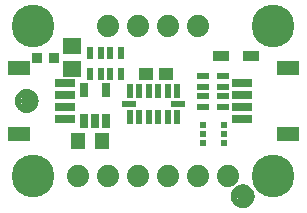
<source format=gbr>
G04 EAGLE Gerber RS-274X export*
G75*
%MOMM*%
%FSLAX34Y34*%
%LPD*%
%INSoldermask Top*%
%IPPOS*%
%AMOC8*
5,1,8,0,0,1.08239X$1,22.5*%
G01*
%ADD10R,1.301600X1.401600*%
%ADD11R,0.651600X1.301600*%
%ADD12R,1.601600X1.341600*%
%ADD13R,1.176600X1.101600*%
%ADD14R,1.001600X0.551600*%
%ADD15R,0.601600X0.601600*%
%ADD16R,0.601600X0.501600*%
%ADD17C,1.879600*%
%ADD18C,3.617600*%
%ADD19R,1.651600X0.701600*%
%ADD20R,1.901600X1.301600*%
%ADD21C,1.101600*%
%ADD22C,0.469900*%
%ADD23R,0.901600X0.901600*%
%ADD24R,1.451600X0.901600*%
%ADD25R,0.601600X1.301600*%
%ADD26R,1.301600X0.601600*%
%ADD27R,0.551600X1.001600*%


D10*
X63500Y55245D03*
X83820Y55245D03*
D11*
X67970Y72089D03*
X77470Y72089D03*
X86970Y72089D03*
X86970Y98091D03*
X67970Y98091D03*
D12*
X58420Y116230D03*
X58420Y135230D03*
D13*
X121040Y111760D03*
X138040Y111760D03*
D14*
X185665Y110155D03*
X168665Y110155D03*
X185665Y101155D03*
X185665Y93155D03*
X185665Y84155D03*
X168665Y84155D03*
X168665Y101155D03*
X168665Y93155D03*
D15*
X186800Y53460D03*
D16*
X186800Y60960D03*
D15*
X186800Y68460D03*
X168800Y68460D03*
D16*
X168800Y60960D03*
D15*
X168800Y53460D03*
D17*
X63500Y25400D03*
X88900Y25400D03*
X114300Y25400D03*
X139700Y25400D03*
X165100Y25400D03*
X190500Y25400D03*
D18*
X25400Y152400D03*
X228600Y152400D03*
D19*
X202190Y83900D03*
X202190Y93900D03*
X202190Y73900D03*
X202190Y103900D03*
D20*
X241190Y60900D03*
X241190Y116900D03*
D19*
X51810Y93900D03*
X51810Y83900D03*
X51810Y103900D03*
X51810Y73900D03*
D20*
X12810Y116900D03*
X12810Y60900D03*
D21*
X202565Y8255D03*
D22*
X202565Y15755D02*
X202384Y15753D01*
X202203Y15746D01*
X202022Y15735D01*
X201841Y15720D01*
X201661Y15700D01*
X201481Y15676D01*
X201302Y15648D01*
X201124Y15615D01*
X200947Y15578D01*
X200770Y15537D01*
X200595Y15492D01*
X200420Y15442D01*
X200247Y15388D01*
X200076Y15330D01*
X199905Y15268D01*
X199737Y15201D01*
X199570Y15131D01*
X199404Y15057D01*
X199241Y14978D01*
X199080Y14896D01*
X198920Y14810D01*
X198763Y14720D01*
X198608Y14626D01*
X198455Y14529D01*
X198305Y14427D01*
X198157Y14323D01*
X198011Y14214D01*
X197869Y14103D01*
X197729Y13987D01*
X197592Y13869D01*
X197457Y13747D01*
X197326Y13622D01*
X197198Y13494D01*
X197073Y13363D01*
X196951Y13228D01*
X196833Y13091D01*
X196717Y12951D01*
X196606Y12809D01*
X196497Y12663D01*
X196393Y12515D01*
X196291Y12365D01*
X196194Y12212D01*
X196100Y12057D01*
X196010Y11900D01*
X195924Y11740D01*
X195842Y11579D01*
X195763Y11416D01*
X195689Y11250D01*
X195619Y11083D01*
X195552Y10915D01*
X195490Y10744D01*
X195432Y10573D01*
X195378Y10400D01*
X195328Y10225D01*
X195283Y10050D01*
X195242Y9873D01*
X195205Y9696D01*
X195172Y9518D01*
X195144Y9339D01*
X195120Y9159D01*
X195100Y8979D01*
X195085Y8798D01*
X195074Y8617D01*
X195067Y8436D01*
X195065Y8255D01*
X202565Y15755D02*
X202746Y15753D01*
X202927Y15746D01*
X203108Y15735D01*
X203289Y15720D01*
X203469Y15700D01*
X203649Y15676D01*
X203828Y15648D01*
X204006Y15615D01*
X204183Y15578D01*
X204360Y15537D01*
X204535Y15492D01*
X204710Y15442D01*
X204883Y15388D01*
X205054Y15330D01*
X205225Y15268D01*
X205393Y15201D01*
X205560Y15131D01*
X205726Y15057D01*
X205889Y14978D01*
X206050Y14896D01*
X206210Y14810D01*
X206367Y14720D01*
X206522Y14626D01*
X206675Y14529D01*
X206825Y14427D01*
X206973Y14323D01*
X207119Y14214D01*
X207261Y14103D01*
X207401Y13987D01*
X207538Y13869D01*
X207673Y13747D01*
X207804Y13622D01*
X207932Y13494D01*
X208057Y13363D01*
X208179Y13228D01*
X208297Y13091D01*
X208413Y12951D01*
X208524Y12809D01*
X208633Y12663D01*
X208737Y12515D01*
X208839Y12365D01*
X208936Y12212D01*
X209030Y12057D01*
X209120Y11900D01*
X209206Y11740D01*
X209288Y11579D01*
X209367Y11416D01*
X209441Y11250D01*
X209511Y11083D01*
X209578Y10915D01*
X209640Y10744D01*
X209698Y10573D01*
X209752Y10400D01*
X209802Y10225D01*
X209847Y10050D01*
X209888Y9873D01*
X209925Y9696D01*
X209958Y9518D01*
X209986Y9339D01*
X210010Y9159D01*
X210030Y8979D01*
X210045Y8798D01*
X210056Y8617D01*
X210063Y8436D01*
X210065Y8255D01*
X210063Y8074D01*
X210056Y7893D01*
X210045Y7712D01*
X210030Y7531D01*
X210010Y7351D01*
X209986Y7171D01*
X209958Y6992D01*
X209925Y6814D01*
X209888Y6637D01*
X209847Y6460D01*
X209802Y6285D01*
X209752Y6110D01*
X209698Y5937D01*
X209640Y5766D01*
X209578Y5595D01*
X209511Y5427D01*
X209441Y5260D01*
X209367Y5094D01*
X209288Y4931D01*
X209206Y4770D01*
X209120Y4610D01*
X209030Y4453D01*
X208936Y4298D01*
X208839Y4145D01*
X208737Y3995D01*
X208633Y3847D01*
X208524Y3701D01*
X208413Y3559D01*
X208297Y3419D01*
X208179Y3282D01*
X208057Y3147D01*
X207932Y3016D01*
X207804Y2888D01*
X207673Y2763D01*
X207538Y2641D01*
X207401Y2523D01*
X207261Y2407D01*
X207119Y2296D01*
X206973Y2187D01*
X206825Y2083D01*
X206675Y1981D01*
X206522Y1884D01*
X206367Y1790D01*
X206210Y1700D01*
X206050Y1614D01*
X205889Y1532D01*
X205726Y1453D01*
X205560Y1379D01*
X205393Y1309D01*
X205225Y1242D01*
X205054Y1180D01*
X204883Y1122D01*
X204710Y1068D01*
X204535Y1018D01*
X204360Y973D01*
X204183Y932D01*
X204006Y895D01*
X203828Y862D01*
X203649Y834D01*
X203469Y810D01*
X203289Y790D01*
X203108Y775D01*
X202927Y764D01*
X202746Y757D01*
X202565Y755D01*
X202384Y757D01*
X202203Y764D01*
X202022Y775D01*
X201841Y790D01*
X201661Y810D01*
X201481Y834D01*
X201302Y862D01*
X201124Y895D01*
X200947Y932D01*
X200770Y973D01*
X200595Y1018D01*
X200420Y1068D01*
X200247Y1122D01*
X200076Y1180D01*
X199905Y1242D01*
X199737Y1309D01*
X199570Y1379D01*
X199404Y1453D01*
X199241Y1532D01*
X199080Y1614D01*
X198920Y1700D01*
X198763Y1790D01*
X198608Y1884D01*
X198455Y1981D01*
X198305Y2083D01*
X198157Y2187D01*
X198011Y2296D01*
X197869Y2407D01*
X197729Y2523D01*
X197592Y2641D01*
X197457Y2763D01*
X197326Y2888D01*
X197198Y3016D01*
X197073Y3147D01*
X196951Y3282D01*
X196833Y3419D01*
X196717Y3559D01*
X196606Y3701D01*
X196497Y3847D01*
X196393Y3995D01*
X196291Y4145D01*
X196194Y4298D01*
X196100Y4453D01*
X196010Y4610D01*
X195924Y4770D01*
X195842Y4931D01*
X195763Y5094D01*
X195689Y5260D01*
X195619Y5427D01*
X195552Y5595D01*
X195490Y5766D01*
X195432Y5937D01*
X195378Y6110D01*
X195328Y6285D01*
X195283Y6460D01*
X195242Y6637D01*
X195205Y6814D01*
X195172Y6992D01*
X195144Y7171D01*
X195120Y7351D01*
X195100Y7531D01*
X195085Y7712D01*
X195074Y7893D01*
X195067Y8074D01*
X195065Y8255D01*
D21*
X19685Y88900D03*
D22*
X19685Y96400D02*
X19504Y96398D01*
X19323Y96391D01*
X19142Y96380D01*
X18961Y96365D01*
X18781Y96345D01*
X18601Y96321D01*
X18422Y96293D01*
X18244Y96260D01*
X18067Y96223D01*
X17890Y96182D01*
X17715Y96137D01*
X17540Y96087D01*
X17367Y96033D01*
X17196Y95975D01*
X17025Y95913D01*
X16857Y95846D01*
X16690Y95776D01*
X16524Y95702D01*
X16361Y95623D01*
X16200Y95541D01*
X16040Y95455D01*
X15883Y95365D01*
X15728Y95271D01*
X15575Y95174D01*
X15425Y95072D01*
X15277Y94968D01*
X15131Y94859D01*
X14989Y94748D01*
X14849Y94632D01*
X14712Y94514D01*
X14577Y94392D01*
X14446Y94267D01*
X14318Y94139D01*
X14193Y94008D01*
X14071Y93873D01*
X13953Y93736D01*
X13837Y93596D01*
X13726Y93454D01*
X13617Y93308D01*
X13513Y93160D01*
X13411Y93010D01*
X13314Y92857D01*
X13220Y92702D01*
X13130Y92545D01*
X13044Y92385D01*
X12962Y92224D01*
X12883Y92061D01*
X12809Y91895D01*
X12739Y91728D01*
X12672Y91560D01*
X12610Y91389D01*
X12552Y91218D01*
X12498Y91045D01*
X12448Y90870D01*
X12403Y90695D01*
X12362Y90518D01*
X12325Y90341D01*
X12292Y90163D01*
X12264Y89984D01*
X12240Y89804D01*
X12220Y89624D01*
X12205Y89443D01*
X12194Y89262D01*
X12187Y89081D01*
X12185Y88900D01*
X19685Y96400D02*
X19866Y96398D01*
X20047Y96391D01*
X20228Y96380D01*
X20409Y96365D01*
X20589Y96345D01*
X20769Y96321D01*
X20948Y96293D01*
X21126Y96260D01*
X21303Y96223D01*
X21480Y96182D01*
X21655Y96137D01*
X21830Y96087D01*
X22003Y96033D01*
X22174Y95975D01*
X22345Y95913D01*
X22513Y95846D01*
X22680Y95776D01*
X22846Y95702D01*
X23009Y95623D01*
X23170Y95541D01*
X23330Y95455D01*
X23487Y95365D01*
X23642Y95271D01*
X23795Y95174D01*
X23945Y95072D01*
X24093Y94968D01*
X24239Y94859D01*
X24381Y94748D01*
X24521Y94632D01*
X24658Y94514D01*
X24793Y94392D01*
X24924Y94267D01*
X25052Y94139D01*
X25177Y94008D01*
X25299Y93873D01*
X25417Y93736D01*
X25533Y93596D01*
X25644Y93454D01*
X25753Y93308D01*
X25857Y93160D01*
X25959Y93010D01*
X26056Y92857D01*
X26150Y92702D01*
X26240Y92545D01*
X26326Y92385D01*
X26408Y92224D01*
X26487Y92061D01*
X26561Y91895D01*
X26631Y91728D01*
X26698Y91560D01*
X26760Y91389D01*
X26818Y91218D01*
X26872Y91045D01*
X26922Y90870D01*
X26967Y90695D01*
X27008Y90518D01*
X27045Y90341D01*
X27078Y90163D01*
X27106Y89984D01*
X27130Y89804D01*
X27150Y89624D01*
X27165Y89443D01*
X27176Y89262D01*
X27183Y89081D01*
X27185Y88900D01*
X27183Y88719D01*
X27176Y88538D01*
X27165Y88357D01*
X27150Y88176D01*
X27130Y87996D01*
X27106Y87816D01*
X27078Y87637D01*
X27045Y87459D01*
X27008Y87282D01*
X26967Y87105D01*
X26922Y86930D01*
X26872Y86755D01*
X26818Y86582D01*
X26760Y86411D01*
X26698Y86240D01*
X26631Y86072D01*
X26561Y85905D01*
X26487Y85739D01*
X26408Y85576D01*
X26326Y85415D01*
X26240Y85255D01*
X26150Y85098D01*
X26056Y84943D01*
X25959Y84790D01*
X25857Y84640D01*
X25753Y84492D01*
X25644Y84346D01*
X25533Y84204D01*
X25417Y84064D01*
X25299Y83927D01*
X25177Y83792D01*
X25052Y83661D01*
X24924Y83533D01*
X24793Y83408D01*
X24658Y83286D01*
X24521Y83168D01*
X24381Y83052D01*
X24239Y82941D01*
X24093Y82832D01*
X23945Y82728D01*
X23795Y82626D01*
X23642Y82529D01*
X23487Y82435D01*
X23330Y82345D01*
X23170Y82259D01*
X23009Y82177D01*
X22846Y82098D01*
X22680Y82024D01*
X22513Y81954D01*
X22345Y81887D01*
X22174Y81825D01*
X22003Y81767D01*
X21830Y81713D01*
X21655Y81663D01*
X21480Y81618D01*
X21303Y81577D01*
X21126Y81540D01*
X20948Y81507D01*
X20769Y81479D01*
X20589Y81455D01*
X20409Y81435D01*
X20228Y81420D01*
X20047Y81409D01*
X19866Y81402D01*
X19685Y81400D01*
X19504Y81402D01*
X19323Y81409D01*
X19142Y81420D01*
X18961Y81435D01*
X18781Y81455D01*
X18601Y81479D01*
X18422Y81507D01*
X18244Y81540D01*
X18067Y81577D01*
X17890Y81618D01*
X17715Y81663D01*
X17540Y81713D01*
X17367Y81767D01*
X17196Y81825D01*
X17025Y81887D01*
X16857Y81954D01*
X16690Y82024D01*
X16524Y82098D01*
X16361Y82177D01*
X16200Y82259D01*
X16040Y82345D01*
X15883Y82435D01*
X15728Y82529D01*
X15575Y82626D01*
X15425Y82728D01*
X15277Y82832D01*
X15131Y82941D01*
X14989Y83052D01*
X14849Y83168D01*
X14712Y83286D01*
X14577Y83408D01*
X14446Y83533D01*
X14318Y83661D01*
X14193Y83792D01*
X14071Y83927D01*
X13953Y84064D01*
X13837Y84204D01*
X13726Y84346D01*
X13617Y84492D01*
X13513Y84640D01*
X13411Y84790D01*
X13314Y84943D01*
X13220Y85098D01*
X13130Y85255D01*
X13044Y85415D01*
X12962Y85576D01*
X12883Y85739D01*
X12809Y85905D01*
X12739Y86072D01*
X12672Y86240D01*
X12610Y86411D01*
X12552Y86582D01*
X12498Y86755D01*
X12448Y86930D01*
X12403Y87105D01*
X12362Y87282D01*
X12325Y87459D01*
X12292Y87637D01*
X12264Y87816D01*
X12240Y87996D01*
X12220Y88176D01*
X12205Y88357D01*
X12194Y88538D01*
X12187Y88719D01*
X12185Y88900D01*
D18*
X25400Y25400D03*
X228600Y25400D03*
D23*
X28060Y125730D03*
X43060Y125730D03*
D24*
X184150Y127000D03*
X209550Y127000D03*
D25*
X107000Y97360D03*
X115000Y97360D03*
X123000Y97360D03*
X131000Y97360D03*
X139000Y97360D03*
X147000Y97360D03*
D26*
X148000Y86360D03*
D25*
X147000Y75360D03*
X139000Y75360D03*
X131000Y75360D03*
X123000Y75360D03*
X115000Y75360D03*
X107000Y75360D03*
D26*
X106000Y86360D03*
D17*
X88900Y152400D03*
X114300Y152400D03*
X139700Y152400D03*
X165100Y152400D03*
D27*
X73360Y129150D03*
X73360Y112150D03*
X82360Y129150D03*
X90360Y129150D03*
X99360Y129150D03*
X99360Y112150D03*
X82360Y112150D03*
X90360Y112150D03*
M02*

</source>
